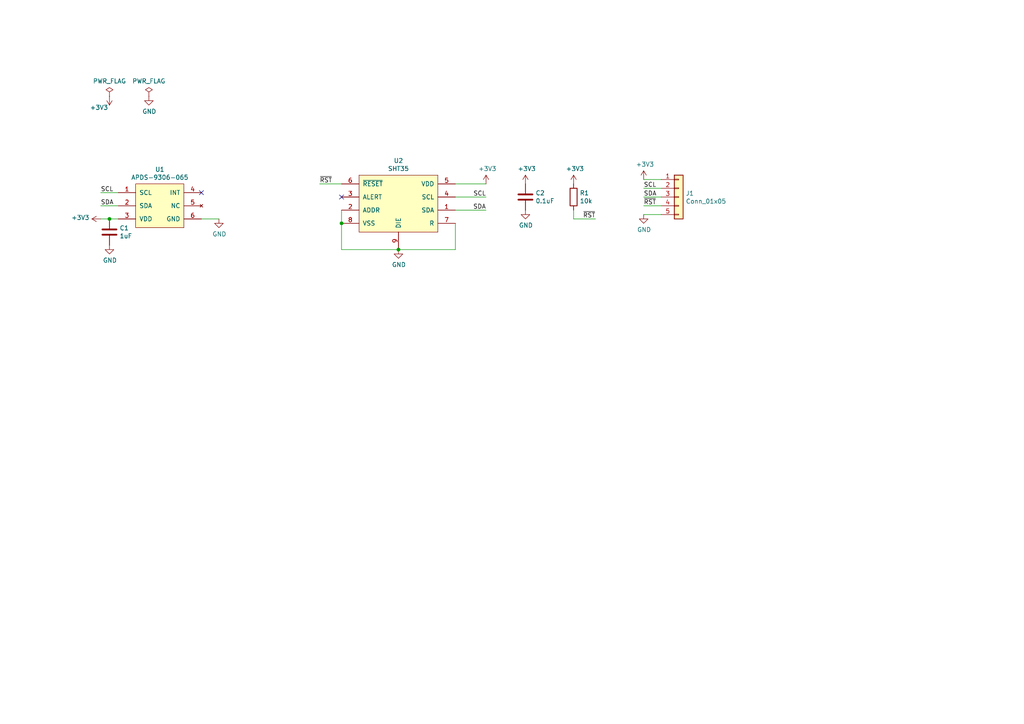
<source format=kicad_sch>
(kicad_sch (version 20211123) (generator eeschema)
  (paper "A4")
  (lib_symbols
    (symbol "Connector_Generic:Conn_01x05" (pin_names (offset 1.016) hide)
      (property "Reference" "J" (at 0 7.62 0))
      (property "Value" "Conn_01x05" (at 0 -7.62 0))
      (symbol "Conn_01x05_1_1"
        (rectangle (start -1.27 -4.953) (end 0 -5.207) (stroke (width 0.1524)))
        (rectangle (start -1.27 -2.413) (end 0 -2.667) (stroke (width 0.1524)))
        (rectangle (start -1.27 0.127) (end 0 -0.127) (stroke (width 0.1524)))
        (rectangle (start -1.27 2.667) (end 0 2.413) (stroke (width 0.1524)))
        (rectangle (start -1.27 5.207) (end 0 4.953) (stroke (width 0.1524)))
        (rectangle (start -1.27 6.35) (end 1.27 -6.35) (stroke (width 0.254)) (fill (type background)))
        (pin passive line (at -5.08 5.08 0) (length 3.81) (name "Pin_1") (number "1"))
        (pin passive line (at -5.08 2.54 0) (length 3.81) (name "Pin_2") (number "2"))
        (pin passive line (at -5.08 0 0) (length 3.81) (name "Pin_3") (number "3"))
        (pin passive line (at -5.08 -2.54 0) (length 3.81) (name "Pin_4") (number "4"))
        (pin passive line (at -5.08 -5.08 0) (length 3.81) (name "Pin_5") (number "5"))
      )
    )
    (symbol "Device:C" (pin_numbers hide) (pin_names (offset 0.254))
      (property "Reference" "C" (at 0.635 2.54 0))
      (property "Value" "C" (at 0.635 -2.54 0))
      (symbol "C_0_1"
        (polyline (pts (xy -2.032 -0.762) (xy 2.032 -0.762)) (stroke (width 0.508)))
        (polyline (pts (xy -2.032 0.762) (xy 2.032 0.762)) (stroke (width 0.508)))
      )
      (symbol "C_1_1"
        (pin passive line (at 0 3.81 270) (length 2.794) (name "~") (number "1"))
        (pin passive line (at 0 -3.81 90) (length 2.794) (name "~") (number "2"))
      )
    )
    (symbol "Device:R" (pin_numbers hide) (pin_names (offset 0))
      (property "Reference" "R" (at 2.032 0 90))
      (property "Value" "R" (at 0 0 90))
      (symbol "R_0_1"
        (rectangle (start -1.016 -2.54) (end 1.016 2.54) (stroke (width 0.254)))
      )
      (symbol "R_1_1"
        (pin passive line (at 0 3.81 270) (length 1.27) (name "~") (number "1"))
        (pin passive line (at 0 -3.81 90) (length 1.27) (name "~") (number "2"))
      )
    )
    (symbol "GEMS:APDS-9306-065" (pin_names (offset 1.016))
      (property "Reference" "U" (at -6.35 7.62 0))
      (property "Value" "APDS-9306-065" (at 0 -7.62 0))
      (symbol "APDS-9306-065_0_1"
        (rectangle (start -7.62 6.35) (end 6.35 -6.35) (fill (type background)))
      )
      (symbol "APDS-9306-065_1_1"
        (pin input line (at -12.7 3.81 0) (length 5.08) (name "SCL") (number "1"))
        (pin bidirectional line (at -12.7 0 0) (length 5.08) (name "SDA") (number "2"))
        (pin power_in line (at -12.7 -3.81 0) (length 5.08) (name "VDD") (number "3"))
        (pin output line (at 11.43 3.81 180) (length 5.08) (name "INT") (number "4"))
        (pin no_connect line (at 11.43 0 180) (length 5.08) (name "NC") (number "5"))
        (pin power_in line (at 11.43 -3.81 180) (length 5.08) (name "GND") (number "6"))
      )
    )
    (symbol "GEMS:SHT35" (pin_names (offset 1.016))
      (property "Reference" "U" (at -10.16 8.89 0))
      (property "Value" "SHT35" (at 0 0 0))
      (symbol "SHT35_0_1"
        (rectangle (start -11.43 7.62) (end 11.43 -8.89) (fill (type background)))
      )
      (symbol "SHT35_1_1"
        (pin bidirectional line (at 16.51 -2.54 180) (length 5.08) (name "SDA") (number "1"))
        (pin input line (at -16.51 -2.54 0) (length 5.08) (name "ADDR") (number "2"))
        (pin output line (at -16.51 1.27 0) (length 5.08) (name "ALERT") (number "3"))
        (pin bidirectional line (at 16.51 1.27 180) (length 5.08) (name "SCL") (number "4"))
        (pin power_in line (at 16.51 5.08 180) (length 5.08) (name "VDD") (number "5"))
        (pin input line (at -16.51 5.08 0) (length 5.08) (name "~{RESET}") (number "6"))
        (pin passive line (at 16.51 -6.35 180) (length 5.08) (name "R") (number "7"))
        (pin power_in line (at -16.51 -6.35 0) (length 5.08) (name "VSS") (number "8"))
        (pin passive line (at 0 -13.97 90) (length 5.08) (name "DIE") (number "9"))
      )
    )
    (symbol "power:GND" (power) (pin_names (offset 0))
      (property "Value" "GND" (at 0 -3.81 0))
      (symbol "GND_0_1"
        (polyline (pts (xy 0 0) (xy 0 -1.27) (xy 1.27 -1.27) (xy 0 -2.54) (xy -1.27 -1.27) (xy 0 -1.27)))
      )
      (symbol "GND_1_1"
        (pin power_in line (at 0 0 270) (length 0) hide (name "GND") (number "1"))
      )
    )
    (symbol "power:PWR_FLAG" (power) (pin_numbers hide) (pin_names (offset 0) hide)
      (property "Value" "PWR_FLAG" (at 0 3.81 0))
      (symbol "PWR_FLAG_0_0"
        (pin power_out line (at 0 0 90) (length 0) (name "pwr") (number "1"))
      )
      (symbol "PWR_FLAG_0_1"
        (polyline (pts (xy 0 0) (xy 0 1.27) (xy -1.016 1.905) (xy 0 2.54) (xy 1.016 1.905) (xy 0 1.27)))
      )
    )
    (symbol "radiation_shield-rescue:+3.3V-power" (power) (pin_names (offset 0))
      (property "Value" "+3.3V-power" (at 0 3.556 0))
      (symbol "+3.3V-power_0_1"
        (polyline (pts (xy -0.762 1.27) (xy 0 2.54)))
        (polyline (pts (xy 0 0) (xy 0 2.54)))
        (polyline (pts (xy 0 2.54) (xy 0.762 1.27)))
      )
      (symbol "+3.3V-power_1_1"
        (pin power_in line (at 0 0 90) (length 0) hide (name "+3V3") (number "1"))
      )
    )
  )
  (junction (at 115.57 72.39))
  (junction (at 99.06 64.77))
  (junction (at 31.75 63.5))
  (no_connect (at 99.06 57.15))
  (no_connect (at 58.42 55.88))
  (wire (pts (xy 99.06 60.96) (xy 99.06 64.77)))
  (wire (pts (xy 99.06 64.77) (xy 99.06 72.39)))
  (wire (pts (xy 140.97 60.96) (xy 132.08 60.96)))
  (wire (pts (xy 63.5 63.5) (xy 58.42 63.5)))
  (wire (pts (xy 166.37 63.5) (xy 166.37 60.96)))
  (wire (pts (xy 186.69 52.07) (xy 191.77 52.07)))
  (wire (pts (xy 31.75 63.5) (xy 34.29 63.5)))
  (wire (pts (xy 29.21 59.69) (xy 34.29 59.69)))
  (wire (pts (xy 132.08 72.39) (xy 132.08 64.77)))
  (wire (pts (xy 140.97 57.15) (xy 132.08 57.15)))
  (wire (pts (xy 186.69 57.15) (xy 191.77 57.15)))
  (wire (pts (xy 172.72 63.5) (xy 166.37 63.5)))
  (wire (pts (xy 115.57 72.39) (xy 132.08 72.39)))
  (wire (pts (xy 186.69 59.69) (xy 191.77 59.69)))
  (wire (pts (xy 29.21 55.88) (xy 34.29 55.88)))
  (wire (pts (xy 186.69 54.61) (xy 191.77 54.61)))
  (wire (pts (xy 186.69 62.23) (xy 191.77 62.23)))
  (wire (pts (xy 92.71 53.34) (xy 99.06 53.34)))
  (wire (pts (xy 140.97 53.34) (xy 132.08 53.34)))
  (wire (pts (xy 29.21 63.5) (xy 31.75 63.5)))
  (wire (pts (xy 115.57 72.39) (xy 99.06 72.39)))
  (label "SDA" (at 29.21 59.69 0))
  (label "SCL" (at 29.21 55.88 0))
  (label "SCL" (at 140.97 57.15 180))
  (label "SCL" (at 186.69 54.61 0))
  (label "SDA" (at 186.69 57.15 0))
  (label "~{RST}" (at 92.71 53.34 0))
  (label "~{RST}" (at 172.72 63.5 180))
  (label "~{RST}" (at 186.69 59.69 0))
  (label "SDA" (at 140.97 60.96 180))
  (symbol (lib_id "GEMS:APDS-9306-065") (at 46.99 59.69 0) (unit 1)
    (property "Reference" "U1" (at 46.355 49.149 0))
    (property "Value" "APDS-9306-065" (at 46.355 51.4604 0))
    (property "Footprint" "gems_footprints:APDS-9306-065" (effects hide))
    (property "Datasheet" "https://www.mouser.com/datasheet/2/678/V02-4755EN_DS_APDS-9306_2016-10-21-1130983.pdf" (effects hide))
    (property "Mouser" "630-APDS-9306-065" (effects hide))
    (property "Price" "0.983" (effects hide))
  )
  (symbol (lib_id "Connector_Generic:Conn_01x05") (at 196.85 57.15 0) (unit 1)
    (property "Reference" "J1" (at 198.882 56.0832 0) (effects (justify left)))
    (property "Value" "Conn_01x05" (at 198.882 58.3946 0) (effects (justify left)))
    (property "Footprint" "Connector_JST:JST_XH_B05B-XH-A_1x05_P2.50mm_Vertical" (effects hide))
    (property "Mouser" "Farnell: 1516281" (effects hide))
    (property "Price" "0.138" (effects hide))
  )
  (symbol (lib_id "radiation_shield-rescue:+3.3V-power") (at 29.21 63.5 90) (unit 1)
    (property "Reference" "#PWR01" (effects hide))
    (property "Value" "+3.3V" (at 25.9588 63.119 90) (effects (justify left)))
  )
  (symbol (lib_id "power:GND") (at 63.5 63.5 0) (unit 1)
    (property "Reference" "#PWR05" (effects hide))
    (property "Value" "GND" (at 63.627 67.8942 0))
  )
  (symbol (lib_id "power:GND") (at 186.69 62.23 0) (unit 1)
    (property "Reference" "#PWR04" (effects hide))
    (property "Value" "GND" (at 186.817 66.6242 0))
  )
  (symbol (lib_id "Device:C") (at 31.75 67.31 0) (unit 1)
    (property "Reference" "C1" (at 34.671 66.1416 0) (effects (justify left)))
    (property "Value" "1uF" (at 34.671 68.453 0) (effects (justify left)))
    (property "Footprint" "Capacitor_SMD:C_0603_1608Metric" (effects hide))
    (property "Mouser" "710-885012206083" (effects hide))
    (property "Price" "0.085" (effects hide))
  )
  (symbol (lib_id "power:GND") (at 31.75 71.12 0) (unit 1)
    (property "Reference" "#PWR02" (effects hide))
    (property "Value" "GND" (at 31.877 75.5142 0))
  )
  (symbol (lib_id "power:PWR_FLAG") (at 31.75 27.94 0) (unit 1)
    (property "Reference" "#FLG0101" (effects hide))
    (property "Value" "PWR_FLAG" (at 31.75 23.5204 0))
  )
  (symbol (lib_id "power:PWR_FLAG") (at 43.18 27.94 0) (unit 1)
    (property "Reference" "#FLG0102" (effects hide))
    (property "Value" "PWR_FLAG" (at 43.18 23.5204 0))
  )
  (symbol (lib_id "power:GND") (at 43.18 27.94 0) (unit 1)
    (property "Reference" "#PWR0101" (effects hide))
    (property "Value" "GND" (at 43.307 32.3342 0))
  )
  (symbol (lib_id "radiation_shield-rescue:+3.3V-power") (at 31.75 27.94 180) (unit 1)
    (property "Reference" "#PWR0102" (effects hide))
    (property "Value" "+3.3V" (at 31.369 31.1912 0) (effects (justify left)))
  )
  (symbol (lib_id "GEMS:SHT35") (at 115.57 58.42 0) (unit 1)
    (property "Reference" "U2" (at 115.57 46.609 0))
    (property "Value" "SHT35" (at 115.57 48.9204 0))
    (property "Footprint" "gems_footprints:8P-1EP-DFN_2.5x2.5" (effects hide))
    (property "Datasheet" "https://www.sensirion.com/fileadmin/user_upload/customers/sensirion/Dokumente/0_Datasheets/Humidity/Sensirion_Humidity_Sensors_SHT3x_Datasheet_digital.pdf" (effects hide))
    (property "Mouser" "403-SHT35-DIS-F" (effects hide))
    (property "Price" "8.16" (effects hide))
  )
  (symbol (lib_id "power:GND") (at 115.57 72.39 0) (unit 1)
    (property "Reference" "#PWR03" (effects hide))
    (property "Value" "GND" (at 115.697 76.7842 0))
  )
  (symbol (lib_id "radiation_shield-rescue:+3.3V-power") (at 140.97 53.34 0) (unit 1)
    (property "Reference" "#PWR06" (effects hide))
    (property "Value" "+3.3V" (at 141.351 48.9458 0))
  )
  (symbol (lib_id "Device:C") (at 152.4 57.15 0) (unit 1)
    (property "Reference" "C2" (at 155.321 55.9816 0) (effects (justify left)))
    (property "Value" "0.1uF" (at 155.321 58.293 0) (effects (justify left)))
    (property "Footprint" "Capacitor_SMD:C_0603_1608Metric" (effects hide))
    (property "Mouser" "810-CGA3E2X8R1E104K" (effects hide))
    (property "Price" "0.136" (effects hide))
  )
  (symbol (lib_id "radiation_shield-rescue:+3.3V-power") (at 152.4 53.34 0) (unit 1)
    (property "Reference" "#PWR07" (effects hide))
    (property "Value" "+3.3V" (at 152.781 48.9458 0))
  )
  (symbol (lib_id "power:GND") (at 152.4 60.96 0) (unit 1)
    (property "Reference" "#PWR08" (effects hide))
    (property "Value" "GND" (at 152.527 65.3542 0))
  )
  (symbol (lib_id "Device:R") (at 166.37 57.15 0) (unit 1)
    (property "Reference" "R1" (at 168.148 55.9816 0) (effects (justify left)))
    (property "Value" "10k" (at 168.148 58.293 0) (effects (justify left)))
    (property "Footprint" "Resistor_SMD:R_0603_1608Metric" (effects hide))
    (property "Mouser" "284-APC0603B10K0N" (effects hide))
    (property "Price" "0.102" (effects hide))
  )
  (symbol (lib_id "radiation_shield-rescue:+3.3V-power") (at 166.37 53.34 0) (unit 1)
    (property "Reference" "#PWR09" (effects hide))
    (property "Value" "+3.3V" (at 166.751 48.9458 0))
  )
  (symbol (lib_id "radiation_shield-rescue:+3.3V-power") (at 186.69 52.07 0) (unit 1)
    (property "Reference" "#PWR010" (effects hide))
    (property "Value" "+3.3V" (at 187.071 47.6758 0))
  )
)
</source>
